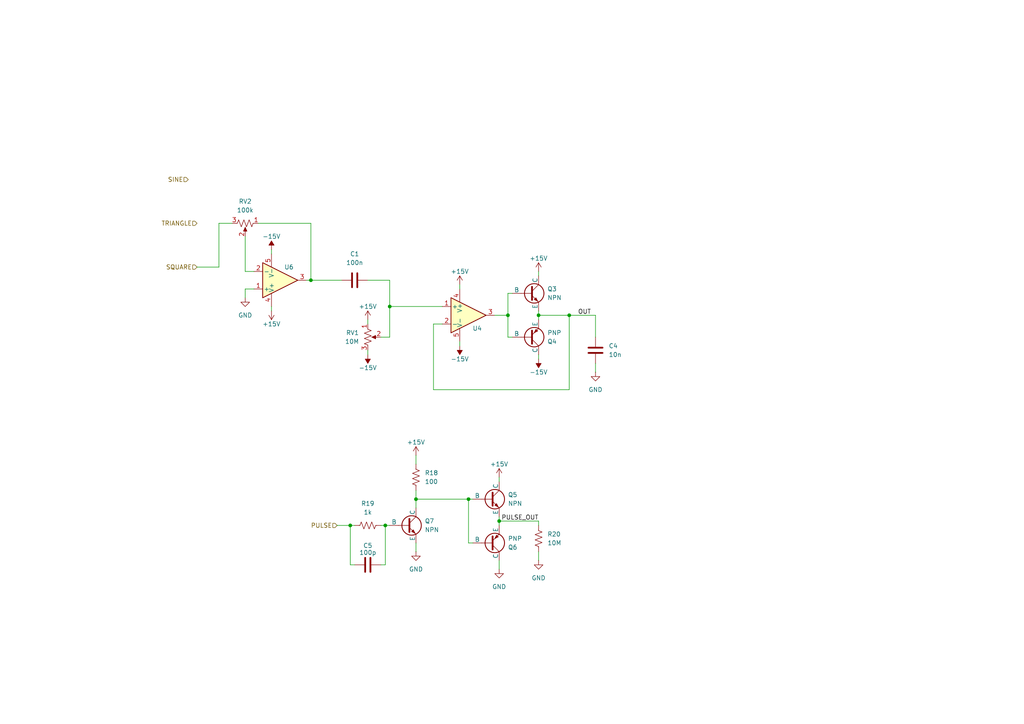
<source format=kicad_sch>
(kicad_sch (version 20231120) (generator "eeschema") (generator_version "8.0")
  (paper "A4")
  (lib_symbols
    (symbol "Device:C" (pin_numbers hide) (pin_names (offset 0.254))
      (property "Reference" "C" (at 0.635 2.54 0))
      (property "Value" "C" (at 0.635 -2.54 0))
      (symbol "C_0_1"
        (polyline (pts (xy -2.032 -0.762) (xy 2.032 -0.762)) (stroke (width 0.508)))
        (polyline (pts (xy -2.032 0.762) (xy 2.032 0.762)) (stroke (width 0.508)))
      )
      (symbol "C_1_1"
        (pin passive line (at 0 3.81 270) (length 2.794) (name "~") (number "1"))
        (pin passive line (at 0 -3.81 90) (length 2.794) (name "~") (number "2"))
      )
    )
    (symbol "Device:R_Potentiometer_US" (pin_names (offset 1.016) hide)
      (property "Reference" "RV" (at -4.445 0 90))
      (property "Value" "R_Potentiometer_US" (at -2.54 0 90))
      (symbol "R_Potentiometer_US_0_1"
        (polyline (pts (xy 0 -2.286) (xy 0 -2.54)))
        (polyline (pts (xy 0 2.54) (xy 0 2.286)))
        (polyline (pts (xy 2.54 0) (xy 1.524 0)))
        (polyline (pts (xy 1.143 0) (xy 2.286 0.508) (xy 2.286 -0.508) (xy 1.143 0)) (fill (type outline)))
        (polyline (pts (xy 0 -0.762) (xy 1.016 -1.143) (xy 0 -1.524) (xy -1.016 -1.905) (xy 0 -2.286)))
        (polyline (pts (xy 0 0.762) (xy 1.016 0.381) (xy 0 0) (xy -1.016 -0.381) (xy 0 -0.762)))
        (polyline (pts (xy 0 2.286) (xy 1.016 1.905) (xy 0 1.524) (xy -1.016 1.143) (xy 0 0.762)))
      )
      (symbol "R_Potentiometer_US_1_1"
        (pin passive line (at 0 3.81 270) (length 1.27) (name "1") (number "1"))
        (pin passive line (at 3.81 0 180) (length 1.27) (name "2") (number "2"))
        (pin passive line (at 0 -3.81 90) (length 1.27) (name "3") (number "3"))
      )
    )
    (symbol "Device:R_US" (pin_numbers hide) (pin_names (offset 0))
      (property "Reference" "R" (at 2.54 0 90))
      (property "Value" "R_US" (at -2.54 0 90))
      (symbol "R_US_0_1"
        (polyline (pts (xy 0 -2.286) (xy 0 -2.54)))
        (polyline (pts (xy 0 2.286) (xy 0 2.54)))
        (polyline (pts (xy 0 -0.762) (xy 1.016 -1.143) (xy 0 -1.524) (xy -1.016 -1.905) (xy 0 -2.286)))
        (polyline (pts (xy 0 0.762) (xy 1.016 0.381) (xy 0 0) (xy -1.016 -0.381) (xy 0 -0.762)))
        (polyline (pts (xy 0 2.286) (xy 1.016 1.905) (xy 0 1.524) (xy -1.016 1.143) (xy 0 0.762)))
      )
      (symbol "R_US_1_1"
        (pin passive line (at 0 3.81 270) (length 1.27) (name "~") (number "1"))
        (pin passive line (at 0 -3.81 90) (length 1.27) (name "~") (number "2"))
      )
    )
    (symbol "Simulation_SPICE:NPN" (pin_numbers hide) (pin_names (offset 0))
      (property "Reference" "Q" (at -2.54 7.62 0))
      (property "Value" "NPN" (at -2.54 5.08 0))
      (symbol "NPN_0_1"
        (polyline (pts (xy -2.54 0) (xy 0.635 0)) (stroke (width 0.1524)))
        (polyline (pts (xy 0.635 0.635) (xy 2.54 2.54)))
        (polyline (pts (xy 2.794 -1.27) (xy 2.794 -1.27)) (stroke (width 0.1524)))
        (polyline (pts (xy 2.794 -1.27) (xy 2.794 -1.27)) (stroke (width 0.1524)))
        (polyline (pts (xy 0.635 -0.635) (xy 2.54 -2.54) (xy 2.54 -2.54)))
        (polyline (pts (xy 0.635 1.905) (xy 0.635 -1.905) (xy 0.635 -1.905)) (stroke (width 0.508)))
        (polyline (pts (xy 1.27 -1.778) (xy 1.778 -1.27) (xy 2.286 -2.286) (xy 1.27 -1.778) (xy 1.27 -1.778)) (fill (type outline)))
        (circle (center 1.27 0) (radius 2.8194) (stroke (width 0.254)))
      )
      (symbol "NPN_1_1"
        (pin open_collector line (at 2.54 5.08 270) (length 2.54) (name "C") (number "1"))
        (pin input line (at -5.08 0 0) (length 2.54) (name "B") (number "2"))
        (pin open_emitter line (at 2.54 -5.08 90) (length 2.54) (name "E") (number "3"))
      )
    )
    (symbol "Simulation_SPICE:OPAMP" (pin_names (offset 0.254))
      (property "Reference" "U" (at 3.81 3.175 0))
      (property "Value" "${SIM.PARAMS}" (at 3.81 -3.175 0))
      (symbol "OPAMP_0_1"
        (polyline (pts (xy 5.08 0) (xy -5.08 5.08) (xy -5.08 -5.08) (xy 5.08 0)) (stroke (width 0.254)) (fill (type background)))
      )
      (symbol "OPAMP_1_1"
        (pin input line (at -7.62 2.54 0) (length 2.54) (name "+") (number "1"))
        (pin input line (at -7.62 -2.54 0) (length 2.54) (name "-") (number "2"))
        (pin output line (at 7.62 0 180) (length 2.54) (name "~") (number "3"))
        (pin power_in line (at -2.54 7.62 270) (length 3.81) (name "V+") (number "4"))
        (pin power_in line (at -2.54 -7.62 90) (length 3.81) (name "V-") (number "5"))
      )
    )
    (symbol "Simulation_SPICE:PNP" (pin_numbers hide) (pin_names (offset 0))
      (property "Reference" "Q" (at -2.54 7.62 0))
      (property "Value" "PNP" (at -2.54 5.08 0))
      (symbol "PNP_0_1"
        (polyline (pts (xy -2.54 0) (xy 0.635 0)) (stroke (width 0.1524)))
        (polyline (pts (xy 0.635 0.635) (xy 2.54 2.54)))
        (polyline (pts (xy 0.635 -0.635) (xy 2.54 -2.54) (xy 2.54 -2.54)))
        (polyline (pts (xy 0.635 1.905) (xy 0.635 -1.905) (xy 0.635 -1.905)) (stroke (width 0.508)))
        (polyline (pts (xy 2.286 -1.778) (xy 1.778 -2.286) (xy 1.27 -1.27) (xy 2.286 -1.778) (xy 2.286 -1.778)) (fill (type outline)))
        (circle (center 1.27 0) (radius 2.8194) (stroke (width 0.254)))
      )
      (symbol "PNP_1_1"
        (pin open_collector line (at 2.54 5.08 270) (length 2.54) (name "C") (number "1"))
        (pin input line (at -5.08 0 0) (length 2.54) (name "B") (number "2"))
        (pin open_emitter line (at 2.54 -5.08 90) (length 2.54) (name "E") (number "3"))
      )
    )
    (symbol "power:+15V" (power) (pin_names (offset 0))
      (property "Value" "+15V" (at 0 3.556 0))
      (symbol "+15V_0_1"
        (polyline (pts (xy -0.762 1.27) (xy 0 2.54)))
        (polyline (pts (xy 0 0) (xy 0 2.54)))
        (polyline (pts (xy 0 2.54) (xy 0.762 1.27)))
      )
      (symbol "+15V_1_1"
        (pin power_in line (at 0 0 90) (length 0) hide (name "+15V") (number "1"))
      )
    )
    (symbol "power:-15V" (power) (pin_names (offset 0))
      (property "Value" "-15V" (at 0 3.81 0))
      (symbol "-15V_0_0"
        (pin power_in line (at 0 0 90) (length 0) hide (name "-15V") (number "1"))
      )
      (symbol "-15V_0_1"
        (polyline (pts (xy 0 0) (xy 0 1.27) (xy 0.762 1.27) (xy 0 2.54) (xy -0.762 1.27) (xy 0 1.27)) (fill (type outline)))
      )
    )
    (symbol "power:GND" (power) (pin_numbers hide) (pin_names (offset 0) hide)
      (property "Value" "GND" (at 0 -3.81 0))
      (symbol "GND_0_1"
        (polyline (pts (xy 0 0) (xy 0 -1.27) (xy 1.27 -1.27) (xy 0 -2.54) (xy -1.27 -1.27) (xy 0 -1.27)))
      )
      (symbol "GND_1_1"
        (pin power_in line (at 0 0 270) (length 0) (name "~") (number "1"))
      )
    )
  )
  (junction (at 165.1 91.44))
  (junction (at 111.76 152.4))
  (junction (at 113.03 88.9))
  (junction (at 135.89 144.78))
  (junction (at 156.21 91.44))
  (junction (at 90.17 81.28))
  (junction (at 147.32 91.44))
  (junction (at 101.6 152.4))
  (junction (at 120.65 144.78))
  (junction (at 144.78 151.13))
  (wire (pts (xy 71.12 68.58) (xy 71.12 78.74)))
  (wire (pts (xy 133.35 100.33) (xy 133.35 99.06)))
  (wire (pts (xy 90.17 64.77) (xy 90.17 81.28)))
  (wire (pts (xy 71.12 83.82) (xy 71.12 86.36)))
  (wire (pts (xy 106.68 92.71) (xy 106.68 93.98)))
  (wire (pts (xy 73.66 83.82) (xy 71.12 83.82)))
  (wire (pts (xy 113.03 152.4) (xy 111.76 152.4)))
  (wire (pts (xy 144.78 151.13) (xy 156.21 151.13)))
  (wire (pts (xy 156.21 90.17) (xy 156.21 91.44)))
  (wire (pts (xy 113.03 81.28) (xy 113.03 88.9)))
  (wire (pts (xy 97.79 152.4) (xy 101.6 152.4)))
  (wire (pts (xy 88.9 81.28) (xy 90.17 81.28)))
  (wire (pts (xy 101.6 163.83) (xy 101.6 152.4)))
  (wire (pts (xy 148.59 97.79) (xy 147.32 97.79)))
  (wire (pts (xy 125.73 93.98) (xy 125.73 113.03)))
  (wire (pts (xy 71.12 78.74) (xy 73.66 78.74)))
  (wire (pts (xy 144.78 165.1) (xy 144.78 162.56)))
  (wire (pts (xy 135.89 157.48) (xy 137.16 157.48)))
  (wire (pts (xy 111.76 163.83) (xy 111.76 152.4)))
  (wire (pts (xy 102.87 163.83) (xy 101.6 163.83)))
  (wire (pts (xy 172.72 97.79) (xy 172.72 91.44)))
  (wire (pts (xy 120.65 134.62) (xy 120.65 132.08)))
  (wire (pts (xy 74.93 64.77) (xy 90.17 64.77)))
  (wire (pts (xy 90.17 81.28) (xy 99.06 81.28)))
  (wire (pts (xy 147.32 91.44) (xy 143.51 91.44)))
  (wire (pts (xy 120.65 142.24) (xy 120.65 144.78)))
  (wire (pts (xy 172.72 105.41) (xy 172.72 107.95)))
  (wire (pts (xy 135.89 144.78) (xy 135.89 157.48)))
  (wire (pts (xy 106.68 81.28) (xy 113.03 81.28)))
  (wire (pts (xy 125.73 113.03) (xy 165.1 113.03)))
  (wire (pts (xy 106.68 102.87) (xy 106.68 101.6)))
  (wire (pts (xy 156.21 104.14) (xy 156.21 102.87)))
  (wire (pts (xy 144.78 152.4) (xy 144.78 151.13)))
  (wire (pts (xy 57.15 77.47) (xy 63.5 77.47)))
  (wire (pts (xy 113.03 88.9) (xy 128.27 88.9)))
  (wire (pts (xy 120.65 157.48) (xy 120.65 160.02)))
  (wire (pts (xy 156.21 160.02) (xy 156.21 162.56)))
  (wire (pts (xy 120.65 144.78) (xy 135.89 144.78)))
  (wire (pts (xy 165.1 113.03) (xy 165.1 91.44)))
  (wire (pts (xy 63.5 64.77) (xy 67.31 64.77)))
  (wire (pts (xy 111.76 152.4) (xy 110.49 152.4)))
  (wire (pts (xy 156.21 78.74) (xy 156.21 80.01)))
  (wire (pts (xy 63.5 77.47) (xy 63.5 64.77)))
  (wire (pts (xy 147.32 85.09) (xy 148.59 85.09)))
  (wire (pts (xy 110.49 163.83) (xy 111.76 163.83)))
  (wire (pts (xy 165.1 91.44) (xy 172.72 91.44)))
  (wire (pts (xy 144.78 138.43) (xy 144.78 139.7)))
  (wire (pts (xy 110.49 97.79) (xy 113.03 97.79)))
  (wire (pts (xy 147.32 91.44) (xy 147.32 85.09)))
  (wire (pts (xy 125.73 93.98) (xy 128.27 93.98)))
  (wire (pts (xy 135.89 144.78) (xy 137.16 144.78)))
  (wire (pts (xy 156.21 152.4) (xy 156.21 151.13)))
  (wire (pts (xy 156.21 91.44) (xy 156.21 92.71)))
  (wire (pts (xy 156.21 91.44) (xy 165.1 91.44)))
  (wire (pts (xy 113.03 88.9) (xy 113.03 97.79)))
  (wire (pts (xy 120.65 147.32) (xy 120.65 144.78)))
  (wire (pts (xy 147.32 97.79) (xy 147.32 91.44)))
  (wire (pts (xy 78.74 90.17) (xy 78.74 88.9)))
  (wire (pts (xy 78.74 72.39) (xy 78.74 73.66)))
  (wire (pts (xy 133.35 82.55) (xy 133.35 83.82)))
  (wire (pts (xy 144.78 151.13) (xy 144.78 149.86)))
  (wire (pts (xy 101.6 152.4) (xy 102.87 152.4)))
  (label "PULSE_OUT" (at 156.21 151.13 180))
  (label "OUT" (at 171.45 91.44 180))
  (hierarchical_label "TRIANGLE" (shape input) (at 57.15 64.77 180))
  (hierarchical_label "SINE" (shape input) (at 54.61 52.07 180))
  (hierarchical_label "PULSE" (shape input) (at 97.79 152.4 180))
  (hierarchical_label "SQUARE" (shape input) (at 57.15 77.47 180))
  (symbol (lib_id "Simulation_SPICE:PNP") (at 153.67 97.79 0) (mirror x) (unit 1)
    (property "Reference" "Q4" (at 158.75 99.0601 0) (effects (justify left)))
    (property "Value" "PNP" (at 158.75 96.5201 0) (effects (justify left)))
    (property "Datasheet" "https://ngspice.sourceforge.io/docs/ngspice-html-manual/manual.xhtml#cha_BJTs" (effects (hide yes)))
    (property "Description" "Bipolar transistor symbol for simulation only, substrate tied to the emitter" (effects (hide yes)))
    (property "Sim.Device" "PNP" (effects (hide yes)))
    (property "Sim.Type" "GUMMELPOON" (effects (hide yes)))
    (property "Sim.Pins" "1=C 2=B 3=E" (effects (hide yes)))
  )
  (symbol (lib_id "Device:R_US") (at 106.68 152.4 90) (unit 1)
    (property "Reference" "R19" (at 106.68 146.05 90))
    (property "Value" "1k" (at 106.68 148.59 90))
    (property "Description" "Resistor, US symbol" (effects (hide yes)))
  )
  (symbol (lib_id "Device:R_Potentiometer_US") (at 71.12 64.77 270) (unit 1)
    (property "Reference" "RV2" (at 71.12 58.42 90))
    (property "Value" "100k" (at 71.12 60.96 90))
    (property "Description" "Potentiometer, US symbol" (effects (hide yes)))
    (property "Sim.Device" "R" (effects (hide yes)))
    (property "Sim.Type" "POT" (effects (hide yes)))
    (property "Sim.Pins" "1=r0 2=wiper 3=r1" (effects (hide yes)))
    (property "Sim.Params" "r=100k" (effects (hide yes)))
  )
  (symbol (lib_id "power:+15V") (at 144.78 138.43 0) (mirror y) (unit 1)
    (property "Reference" "#PWR039" (effects (hide yes)))
    (property "Value" "+15V" (at 144.78 134.62 0))
  )
  (symbol (lib_id "Simulation_SPICE:PNP") (at 142.24 157.48 0) (mirror x) (unit 1)
    (property "Reference" "Q6" (at 147.32 158.7501 0) (effects (justify left)))
    (property "Value" "PNP" (at 147.32 156.2101 0) (effects (justify left)))
    (property "Datasheet" "https://ngspice.sourceforge.io/docs/ngspice-html-manual/manual.xhtml#cha_BJTs" (effects (hide yes)))
    (property "Description" "Bipolar transistor symbol for simulation only, substrate tied to the emitter" (effects (hide yes)))
    (property "Sim.Device" "PNP" (effects (hide yes)))
    (property "Sim.Type" "GUMMELPOON" (effects (hide yes)))
    (property "Sim.Pins" "1=C 2=B 3=E" (effects (hide yes)))
  )
  (symbol (lib_id "power:GND") (at 172.72 107.95 0) (unit 1)
    (property "Reference" "#PWR028" (effects (hide yes)))
    (property "Value" "GND" (at 172.72 113.03 0))
    (property "Description" "Power symbol creates a global label with name \"GND\" , ground" (effects (hide yes)))
  )
  (symbol (lib_id "power:-15V") (at 78.74 72.39 0) (unit 1)
    (property "Reference" "#PWR026" (effects (hide yes)))
    (property "Value" "-15V" (at 78.74 68.58 0))
  )
  (symbol (lib_id "Simulation_SPICE:OPAMP") (at 81.28 81.28 0) (mirror x) (unit 1)
    (property "Reference" "U6" (at 83.82 77.47 0))
    (property "Value" "${SIM.PARAMS}" (effects (hide yes)))
    (property "Sim.Pins" "1=1 2=2 3=5 4=3 5=4" (effects (hide yes)))
    (property "Sim.Device" "SUBCKT" (effects (hide yes)))
    (property "Sim.Library" "${KIPRJMOD}/spice_models/lm324.lib" (effects (hide yes)))
    (property "Sim.Name" "LM324" (effects (hide yes)))
  )
  (symbol (lib_id "Device:R_US") (at 156.21 156.21 0) (unit 1)
    (property "Reference" "R20" (at 158.75 154.9399 0) (effects (justify left)))
    (property "Value" "10M" (at 158.75 157.4799 0) (effects (justify left)))
    (property "Description" "Resistor, US symbol" (effects (hide yes)))
  )
  (symbol (lib_id "power:-15V") (at 133.35 100.33 0) (mirror x) (unit 1)
    (property "Reference" "#PWR018" (effects (hide yes)))
    (property "Value" "-15V" (at 133.35 104.14 0))
  )
  (symbol (lib_id "power:+15V") (at 78.74 90.17 180) (unit 1)
    (property "Reference" "#PWR025" (effects (hide yes)))
    (property "Value" "+15V" (at 78.74 93.98 0))
  )
  (symbol (lib_id "power:GND") (at 144.78 165.1 0) (unit 1)
    (property "Reference" "#PWR040" (effects (hide yes)))
    (property "Value" "GND" (at 144.78 170.18 0))
    (property "Description" "Power symbol creates a global label with name \"GND\" , ground" (effects (hide yes)))
  )
  (symbol (lib_id "power:GND") (at 156.21 162.56 0) (unit 1)
    (property "Reference" "#PWR043" (effects (hide yes)))
    (property "Value" "GND" (at 156.21 167.64 0))
    (property "Description" "Power symbol creates a global label with name \"GND\" , ground" (effects (hide yes)))
  )
  (symbol (lib_id "power:+15V") (at 120.65 132.08 0) (mirror y) (unit 1)
    (property "Reference" "#PWR041" (effects (hide yes)))
    (property "Value" "+15V" (at 120.65 128.27 0))
  )
  (symbol (lib_id "power:+15V") (at 133.35 82.55 0) (mirror y) (unit 1)
    (property "Reference" "#PWR017" (effects (hide yes)))
    (property "Value" "+15V" (at 133.35 78.74 0))
  )
  (symbol (lib_id "Device:C") (at 106.68 163.83 90) (unit 1)
    (property "Reference" "C5" (at 106.68 158.242 90))
    (property "Value" "100p" (at 106.68 160.274 90))
    (property "Description" "Unpolarized capacitor" (effects (hide yes)))
  )
  (symbol (lib_id "power:+15V") (at 156.21 78.74 0) (mirror y) (unit 1)
    (property "Reference" "#PWR020" (effects (hide yes)))
    (property "Value" "+15V" (at 156.21 74.93 0))
  )
  (symbol (lib_id "power:-15V") (at 156.21 104.14 0) (mirror x) (unit 1)
    (property "Reference" "#PWR019" (effects (hide yes)))
    (property "Value" "-15V" (at 156.21 107.95 0))
  )
  (symbol (lib_id "Simulation_SPICE:NPN") (at 142.24 144.78 0) (unit 1)
    (property "Reference" "Q5" (at 147.32 143.5099 0) (effects (justify left)))
    (property "Value" "NPN" (at 147.32 146.0499 0) (effects (justify left)))
    (property "Datasheet" "https://ngspice.sourceforge.io/docs/ngspice-html-manual/manual.xhtml#cha_BJTs" (effects (hide yes)))
    (property "Description" "Bipolar transistor symbol for simulation only, substrate tied to the emitter" (effects (hide yes)))
    (property "Sim.Device" "NPN" (effects (hide yes)))
    (property "Sim.Type" "GUMMELPOON" (effects (hide yes)))
    (property "Sim.Pins" "1=C 2=B 3=E" (effects (hide yes)))
  )
  (symbol (lib_id "power:+15V") (at 106.68 92.71 0) (mirror y) (unit 1)
    (property "Reference" "#PWR023" (effects (hide yes)))
    (property "Value" "+15V" (at 106.68 88.9 0))
  )
  (symbol (lib_id "Device:C") (at 102.87 81.28 90) (unit 1)
    (property "Reference" "C1" (at 102.87 73.66 90))
    (property "Value" "100n" (at 102.87 76.2 90))
    (property "Description" "Unpolarized capacitor" (effects (hide yes)))
  )
  (symbol (lib_id "Simulation_SPICE:NPN") (at 153.67 85.09 0) (unit 1)
    (property "Reference" "Q3" (at 158.75 83.8199 0) (effects (justify left)))
    (property "Value" "NPN" (at 158.75 86.3599 0) (effects (justify left)))
    (property "Datasheet" "https://ngspice.sourceforge.io/docs/ngspice-html-manual/manual.xhtml#cha_BJTs" (effects (hide yes)))
    (property "Description" "Bipolar transistor symbol for simulation only, substrate tied to the emitter" (effects (hide yes)))
    (property "Sim.Device" "NPN" (effects (hide yes)))
    (property "Sim.Type" "GUMMELPOON" (effects (hide yes)))
    (property "Sim.Pins" "1=C 2=B 3=E" (effects (hide yes)))
  )
  (symbol (lib_id "Device:R_US") (at 120.65 138.43 0) (unit 1)
    (property "Reference" "R18" (at 123.19 137.1599 0) (effects (justify left)))
    (property "Value" "100" (at 123.19 139.6999 0) (effects (justify left)))
    (property "Description" "Resistor, US symbol" (effects (hide yes)))
  )
  (symbol (lib_id "Simulation_SPICE:NPN") (at 118.11 152.4 0) (unit 1)
    (property "Reference" "Q7" (at 123.19 151.1299 0) (effects (justify left)))
    (property "Value" "NPN" (at 123.19 153.6699 0) (effects (justify left)))
    (property "Datasheet" "https://ngspice.sourceforge.io/docs/ngspice-html-manual/manual.xhtml#cha_BJTs" (effects (hide yes)))
    (property "Description" "Bipolar transistor symbol for simulation only, substrate tied to the emitter" (effects (hide yes)))
    (property "Sim.Device" "NPN" (effects (hide yes)))
    (property "Sim.Type" "GUMMELPOON" (effects (hide yes)))
    (property "Sim.Pins" "1=C 2=B 3=E" (effects (hide yes)))
  )
  (symbol (lib_id "power:-15V") (at 106.68 102.87 0) (mirror x) (unit 1)
    (property "Reference" "#PWR024" (effects (hide yes)))
    (property "Value" "-15V" (at 106.68 106.68 0))
  )
  (symbol (lib_id "Device:R_Potentiometer_US") (at 106.68 97.79 0) (unit 1)
    (property "Reference" "RV1" (at 104.14 96.5199 0) (effects (justify right)))
    (property "Value" "10M" (at 104.14 99.0599 0) (effects (justify right)))
    (property "Description" "Potentiometer, US symbol" (effects (hide yes)))
    (property "Sim.Device" "R" (effects (hide yes)))
    (property "Sim.Type" "POT" (effects (hide yes)))
    (property "Sim.Pins" "1=r0 2=wiper 3=r1" (effects (hide yes)))
    (property "Sim.Params" "r=10M pos=0.6" (effects (hide yes)))
  )
  (symbol (lib_id "Simulation_SPICE:OPAMP") (at 135.89 91.44 0) (unit 1)
    (property "Reference" "U4" (at 138.43 95.25 0))
    (property "Value" "${SIM.PARAMS}" (effects (hide yes)))
    (property "Sim.Pins" "1=1 2=2 3=5 4=3 5=4" (effects (hide yes)))
    (property "Sim.Device" "SUBCKT" (effects (hide yes)))
    (property "Sim.Library" "${KIPRJMOD}/spice_models/lm324.lib" (effects (hide yes)))
    (property "Sim.Name" "LM324" (effects (hide yes)))
  )
  (symbol (lib_id "power:GND") (at 71.12 86.36 0) (unit 1)
    (property "Reference" "#PWR027" (effects (hide yes)))
    (property "Value" "GND" (at 71.12 91.44 0))
    (property "Description" "Power symbol creates a global label with name \"GND\" , ground" (effects (hide yes)))
  )
  (symbol (lib_id "Device:C") (at 172.72 101.6 0) (unit 1)
    (property "Reference" "C4" (at 176.53 100.3299 0) (effects (justify left)))
    (property "Value" "10n" (at 176.53 102.8699 0) (effects (justify left)))
    (property "Description" "Unpolarized capacitor" (effects (hide yes)))
  )
  (symbol (lib_id "power:GND") (at 120.65 160.02 0) (unit 1)
    (property "Reference" "#PWR042" (effects (hide yes)))
    (property "Value" "GND" (at 120.65 165.1 0))
    (property "Description" "Power symbol creates a global label with name \"GND\" , ground" (effects (hide yes)))
  )
)
</source>
